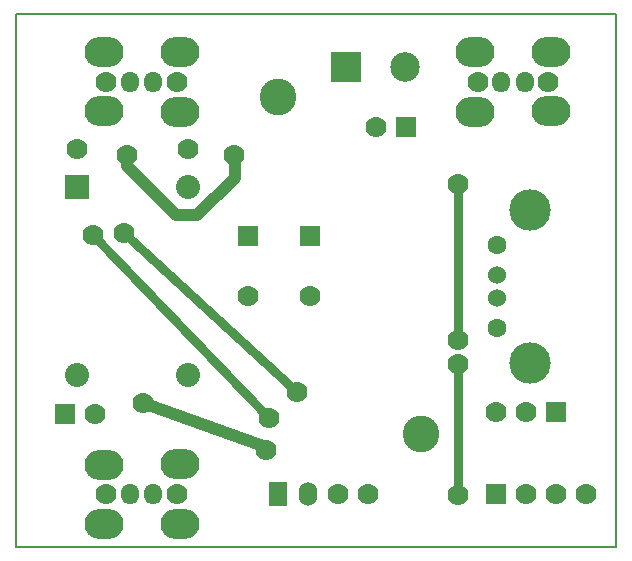
<source format=gbr>
G04 #@! TF.FileFunction,Copper,L1,Top,Signal*
%FSLAX46Y46*%
G04 Gerber Fmt 4.6, Leading zero omitted, Abs format (unit mm)*
G04 Created by KiCad (PCBNEW 4.0.5+dfsg1-4) date Wed Feb 28 09:20:33 2018*
%MOMM*%
%LPD*%
G01*
G04 APERTURE LIST*
%ADD10C,0.100000*%
%ADD11C,0.150000*%
%ADD12R,1.778000X1.778000*%
%ADD13C,1.778000*%
%ADD14C,1.600200*%
%ADD15C,1.524000*%
%ADD16C,3.500120*%
%ADD17R,2.032000X2.032000*%
%ADD18C,2.032000*%
%ADD19R,2.499360X2.499360*%
%ADD20C,2.499360*%
%ADD21R,1.524000X2.032000*%
%ADD22O,1.524000X2.032000*%
%ADD23C,3.101340*%
%ADD24O,1.524000X1.778000*%
%ADD25O,3.302000X2.540000*%
%ADD26C,0.762000*%
%ADD27C,1.016000*%
G04 APERTURE END LIST*
D10*
D11*
X0Y0D02*
X0Y-45085000D01*
X50800000Y0D02*
X0Y0D01*
X50800000Y-45085000D02*
X50800000Y0D01*
X0Y-45085000D02*
X50800000Y-45085000D01*
D12*
X24892000Y-18796000D03*
D13*
X24892000Y-23876000D03*
D14*
X40767000Y-26543000D03*
D15*
X40767000Y-24043640D03*
X40767000Y-22044660D03*
D14*
X40767000Y-19542760D03*
D16*
X43517820Y-29542740D03*
X43517820Y-16543020D03*
D12*
X33020000Y-9525000D03*
D13*
X30480000Y-9525000D03*
D12*
X4127500Y-33845500D03*
D13*
X6667500Y-33845500D03*
D17*
X5207000Y-14668500D03*
D18*
X14605000Y-14668500D03*
X5207000Y-30543500D03*
X14605000Y-30543500D03*
D19*
X27940000Y-4445000D03*
D20*
X32941260Y-4445000D03*
D12*
X19685000Y-18796000D03*
D13*
X19685000Y-23876000D03*
D21*
X22225000Y-40640000D03*
D22*
X24765000Y-40640000D03*
D13*
X27305000Y-40640000D03*
X29845000Y-40640000D03*
D23*
X22225000Y-6985000D03*
X34290000Y-35560000D03*
D12*
X40640000Y-40640000D03*
D13*
X43180000Y-40640000D03*
X45720000Y-40640000D03*
X48260000Y-40640000D03*
D12*
X45720000Y-33655000D03*
D13*
X43180000Y-33655000D03*
X40640000Y-33655000D03*
X5207000Y-11430000D03*
X14605000Y-11430000D03*
X7620000Y-40640000D03*
D24*
X9620000Y-40640000D03*
X11620000Y-40640000D03*
D13*
X13620000Y-40640000D03*
D25*
X13875000Y-38100000D03*
X13875000Y-43180000D03*
X7420000Y-38140000D03*
X7420000Y-43140000D03*
D13*
X7620000Y-5715000D03*
D24*
X9620000Y-5715000D03*
X11620000Y-5715000D03*
D13*
X13620000Y-5715000D03*
D25*
X13875000Y-3175000D03*
X13875000Y-8255000D03*
X7420000Y-3215000D03*
X7420000Y-8215000D03*
D13*
X45085000Y-5715000D03*
D24*
X43085000Y-5715000D03*
X41085000Y-5715000D03*
D13*
X39085000Y-5715000D03*
D25*
X38830000Y-8255000D03*
X38830000Y-3175000D03*
X45285000Y-8215000D03*
X45285000Y-3215000D03*
D13*
X37465000Y-27559000D03*
X37465000Y-14351000D03*
X37465000Y-40703500D03*
X37465000Y-29654500D03*
X21209000Y-36893500D03*
X10731500Y-32956500D03*
X9398000Y-11938000D03*
X18478500Y-11938000D03*
X6540500Y-18669000D03*
X21399500Y-34226500D03*
X9144000Y-18542000D03*
X23812500Y-32004000D03*
D26*
X37465000Y-27559000D02*
X37465000Y-14351000D01*
X37465000Y-29654500D02*
X37465000Y-40703500D01*
D27*
X10731500Y-32956500D02*
X21145500Y-36639500D01*
X21145500Y-36639500D02*
X21209000Y-36893500D01*
X9398000Y-11938000D02*
X9398000Y-12827000D01*
X18542000Y-11938000D02*
X18478500Y-11938000D01*
X18542000Y-13843000D02*
X18542000Y-11938000D01*
X15367000Y-17018000D02*
X18542000Y-13843000D01*
X13589000Y-17018000D02*
X15367000Y-17018000D01*
X9398000Y-12827000D02*
X13589000Y-17018000D01*
D26*
X6540500Y-18669000D02*
X21399500Y-34226500D01*
X9144000Y-18542000D02*
X23812500Y-32004000D01*
M02*

</source>
